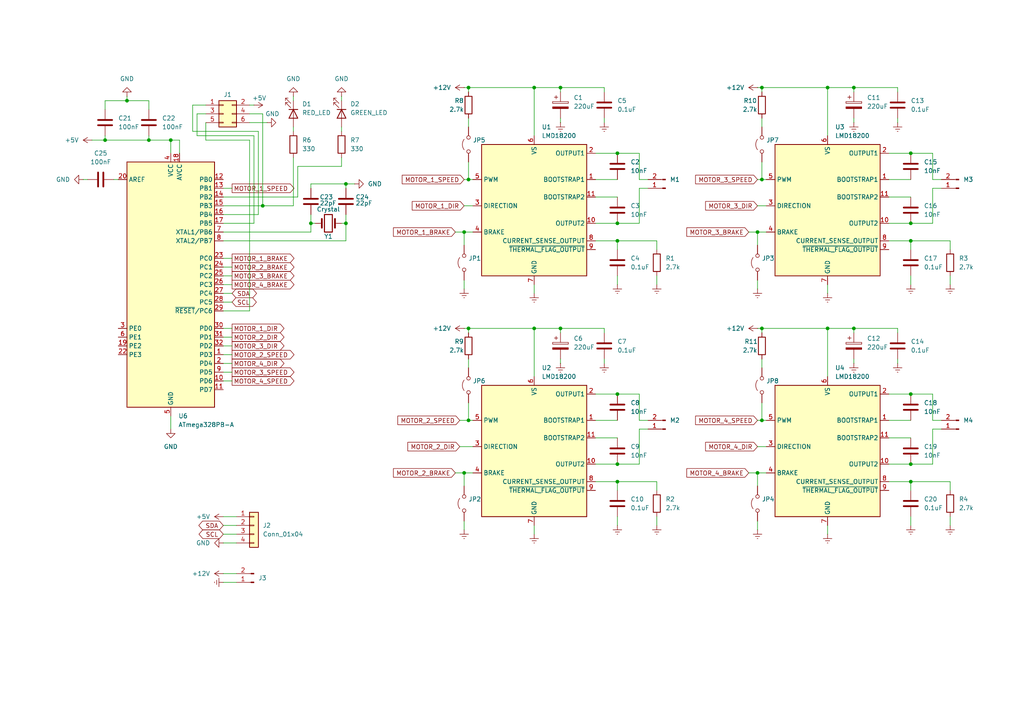
<source format=kicad_sch>
(kicad_sch (version 20231120) (generator "eeschema") (generator_version "8.0")
  (paper "A4")
  (junction (at 220.98 25.4))
  (junction (at 179.07 134.62))
  (junction (at 179.07 44.45))
  (junction (at 49.53 40.64))
  (junction (at 179.07 114.3))
  (junction (at 220.98 121.92))
  (junction (at 100.33 53.34))
  (junction (at 134.62 67.31))
  (junction (at 36.83 29.21))
  (junction (at 264.16 69.85))
  (junction (at 179.07 64.77))
  (junction (at 162.56 25.4))
  (junction (at 264.16 134.62))
  (junction (at 220.98 95.25))
  (junction (at 179.07 139.7))
  (junction (at 134.62 137.16))
  (junction (at 264.16 114.3))
  (junction (at 100.33 64.77))
  (junction (at 43.18 40.64))
  (junction (at 247.65 95.25))
  (junction (at 240.03 25.4))
  (junction (at 135.89 52.07))
  (junction (at 240.03 95.25))
  (junction (at 90.17 64.77))
  (junction (at 30.48 40.64))
  (junction (at 135.89 95.25))
  (junction (at 219.71 67.31))
  (junction (at 135.89 25.4))
  (junction (at 154.94 25.4))
  (junction (at 219.71 137.16))
  (junction (at 179.07 69.85))
  (junction (at 264.16 139.7))
  (junction (at 247.65 25.4))
  (junction (at 264.16 44.45))
  (junction (at 154.94 95.25))
  (junction (at 135.89 121.92))
  (junction (at 76.2 59.69))
  (junction (at 264.16 64.77))
  (junction (at 162.56 95.25))
  (junction (at 220.98 52.07))
  (wire (pts (xy 260.35 26.67) (xy 260.35 25.4)))
  (wire (pts (xy 132.08 67.31) (xy 134.62 67.31)))
  (wire (pts (xy 220.98 52.07) (xy 222.25 52.07)))
  (wire (pts (xy 270.51 134.62) (xy 264.16 134.62)))
  (wire (pts (xy 133.35 121.92) (xy 135.89 121.92)))
  (wire (pts (xy 220.98 95.25) (xy 240.03 95.25)))
  (wire (pts (xy 247.65 95.25) (xy 240.03 95.25)))
  (wire (pts (xy 185.42 124.46) (xy 185.42 134.62)))
  (wire (pts (xy 219.71 25.4) (xy 220.98 25.4)))
  (wire (pts (xy 64.77 62.23) (xy 74.93 62.23)))
  (wire (pts (xy 240.03 25.4) (xy 240.03 39.37)))
  (wire (pts (xy 99.06 36.83) (xy 99.06 38.1)))
  (wire (pts (xy 220.98 46.99) (xy 220.98 52.07)))
  (wire (pts (xy 190.5 142.24) (xy 190.5 139.7)))
  (wire (pts (xy 219.71 121.92) (xy 220.98 121.92)))
  (wire (pts (xy 190.5 80.01) (xy 190.5 82.55)))
  (wire (pts (xy 85.09 27.94) (xy 85.09 29.21)))
  (wire (pts (xy 134.62 81.28) (xy 134.62 83.82)))
  (wire (pts (xy 273.05 52.07) (xy 270.51 52.07)))
  (wire (pts (xy 90.17 64.77) (xy 90.17 62.23)))
  (wire (pts (xy 36.83 29.21) (xy 43.18 29.21)))
  (wire (pts (xy 222.25 67.31) (xy 219.71 67.31)))
  (wire (pts (xy 154.94 25.4) (xy 154.94 39.37)))
  (wire (pts (xy 64.77 54.61) (xy 67.31 54.61)))
  (wire (pts (xy 64.77 67.31) (xy 90.17 67.31)))
  (wire (pts (xy 219.71 151.13) (xy 219.71 153.67)))
  (wire (pts (xy 137.16 137.16) (xy 134.62 137.16)))
  (wire (pts (xy 135.89 116.84) (xy 135.89 121.92)))
  (wire (pts (xy 64.77 82.55) (xy 67.31 82.55)))
  (wire (pts (xy 90.17 53.34) (xy 90.17 54.61)))
  (wire (pts (xy 220.98 95.25) (xy 220.98 96.52)))
  (wire (pts (xy 217.17 137.16) (xy 219.71 137.16)))
  (wire (pts (xy 273.05 54.61) (xy 270.51 54.61)))
  (wire (pts (xy 260.35 96.52) (xy 260.35 95.25)))
  (wire (pts (xy 43.18 29.21) (xy 43.18 31.75)))
  (wire (pts (xy 25.4 52.07) (xy 24.13 52.07)))
  (wire (pts (xy 59.69 40.64) (xy 72.39 40.64)))
  (wire (pts (xy 59.69 35.56) (xy 59.69 40.64)))
  (wire (pts (xy 72.39 30.48) (xy 73.66 30.48)))
  (wire (pts (xy 100.33 64.77) (xy 100.33 62.23)))
  (wire (pts (xy 270.51 44.45) (xy 264.16 44.45)))
  (wire (pts (xy 257.81 121.92) (xy 264.16 121.92)))
  (wire (pts (xy 74.93 62.23) (xy 74.93 38.1)))
  (wire (pts (xy 134.62 59.69) (xy 137.16 59.69)))
  (wire (pts (xy 264.16 139.7) (xy 264.16 142.24)))
  (wire (pts (xy 137.16 67.31) (xy 134.62 67.31)))
  (wire (pts (xy 52.07 44.45) (xy 52.07 40.64)))
  (wire (pts (xy 55.88 38.1) (xy 55.88 30.48)))
  (wire (pts (xy 64.77 110.49) (xy 67.31 110.49)))
  (wire (pts (xy 133.35 129.54) (xy 137.16 129.54)))
  (wire (pts (xy 135.89 95.25) (xy 135.89 96.52)))
  (wire (pts (xy 260.35 34.29) (xy 260.35 35.56)))
  (wire (pts (xy 99.06 64.77) (xy 100.33 64.77)))
  (wire (pts (xy 134.62 95.25) (xy 135.89 95.25)))
  (wire (pts (xy 64.77 69.85) (xy 100.33 69.85)))
  (wire (pts (xy 275.59 69.85) (xy 264.16 69.85)))
  (wire (pts (xy 43.18 39.37) (xy 43.18 40.64)))
  (wire (pts (xy 64.77 59.69) (xy 76.2 59.69)))
  (wire (pts (xy 74.93 38.1) (xy 55.88 38.1)))
  (wire (pts (xy 257.81 52.07) (xy 264.16 52.07)))
  (wire (pts (xy 85.09 36.83) (xy 85.09 38.1)))
  (wire (pts (xy 275.59 139.7) (xy 264.16 139.7)))
  (wire (pts (xy 135.89 52.07) (xy 137.16 52.07)))
  (wire (pts (xy 185.42 44.45) (xy 179.07 44.45)))
  (wire (pts (xy 86.36 57.15) (xy 86.36 48.26)))
  (wire (pts (xy 190.5 149.86) (xy 190.5 152.4)))
  (wire (pts (xy 132.08 137.16) (xy 134.62 137.16)))
  (wire (pts (xy 86.36 48.26) (xy 99.06 48.26)))
  (wire (pts (xy 64.77 87.63) (xy 67.31 87.63)))
  (wire (pts (xy 257.81 57.15) (xy 264.16 57.15)))
  (wire (pts (xy 257.81 69.85) (xy 264.16 69.85)))
  (wire (pts (xy 135.89 25.4) (xy 135.89 26.67)))
  (wire (pts (xy 134.62 25.4) (xy 135.89 25.4)))
  (wire (pts (xy 162.56 104.14) (xy 162.56 105.41)))
  (wire (pts (xy 219.71 59.69) (xy 222.25 59.69)))
  (wire (pts (xy 135.89 46.99) (xy 135.89 52.07)))
  (wire (pts (xy 257.81 64.77) (xy 264.16 64.77)))
  (wire (pts (xy 260.35 104.14) (xy 260.35 105.41)))
  (wire (pts (xy 64.77 107.95) (xy 67.31 107.95)))
  (wire (pts (xy 172.72 64.77) (xy 179.07 64.77)))
  (wire (pts (xy 273.05 121.92) (xy 270.51 121.92)))
  (wire (pts (xy 30.48 40.64) (xy 30.48 39.37)))
  (wire (pts (xy 257.81 44.45) (xy 264.16 44.45)))
  (wire (pts (xy 72.39 35.56) (xy 77.47 35.56)))
  (wire (pts (xy 220.98 25.4) (xy 240.03 25.4)))
  (wire (pts (xy 134.62 137.16) (xy 134.62 140.97)))
  (wire (pts (xy 43.18 40.64) (xy 30.48 40.64)))
  (wire (pts (xy 190.5 72.39) (xy 190.5 69.85)))
  (wire (pts (xy 57.15 39.37) (xy 57.15 33.02)))
  (wire (pts (xy 257.81 134.62) (xy 264.16 134.62)))
  (wire (pts (xy 73.66 39.37) (xy 57.15 39.37)))
  (wire (pts (xy 270.51 121.92) (xy 270.51 114.3)))
  (wire (pts (xy 162.56 34.29) (xy 162.56 35.56)))
  (wire (pts (xy 275.59 149.86) (xy 275.59 152.4)))
  (wire (pts (xy 64.77 168.91) (xy 68.58 168.91)))
  (wire (pts (xy 219.71 129.54) (xy 222.25 129.54)))
  (wire (pts (xy 175.26 34.29) (xy 175.26 35.56)))
  (wire (pts (xy 219.71 95.25) (xy 220.98 95.25)))
  (wire (pts (xy 26.67 40.64) (xy 30.48 40.64)))
  (wire (pts (xy 187.96 124.46) (xy 185.42 124.46)))
  (wire (pts (xy 57.15 33.02) (xy 59.69 33.02)))
  (wire (pts (xy 134.62 151.13) (xy 134.62 153.67)))
  (wire (pts (xy 172.72 127) (xy 179.07 127)))
  (wire (pts (xy 175.26 95.25) (xy 162.56 95.25)))
  (wire (pts (xy 275.59 142.24) (xy 275.59 139.7)))
  (wire (pts (xy 72.39 33.02) (xy 76.2 33.02)))
  (wire (pts (xy 64.77 85.09) (xy 67.31 85.09)))
  (wire (pts (xy 162.56 95.25) (xy 154.94 95.25)))
  (wire (pts (xy 247.65 104.14) (xy 247.65 105.41)))
  (wire (pts (xy 162.56 96.52) (xy 162.56 95.25)))
  (wire (pts (xy 64.77 90.17) (xy 72.39 90.17)))
  (wire (pts (xy 64.77 77.47) (xy 67.31 77.47)))
  (wire (pts (xy 190.5 139.7) (xy 179.07 139.7)))
  (wire (pts (xy 220.98 116.84) (xy 220.98 121.92)))
  (wire (pts (xy 49.53 44.45) (xy 49.53 40.64)))
  (wire (pts (xy 99.06 48.26) (xy 99.06 45.72)))
  (wire (pts (xy 185.42 54.61) (xy 185.42 64.77)))
  (wire (pts (xy 73.66 39.37) (xy 73.66 64.77)))
  (wire (pts (xy 219.71 67.31) (xy 219.71 71.12)))
  (wire (pts (xy 64.77 149.86) (xy 68.58 149.86)))
  (wire (pts (xy 64.77 166.37) (xy 68.58 166.37)))
  (wire (pts (xy 64.77 152.4) (xy 68.58 152.4)))
  (wire (pts (xy 64.77 74.93) (xy 67.31 74.93)))
  (wire (pts (xy 179.07 139.7) (xy 179.07 142.24)))
  (wire (pts (xy 154.94 82.55) (xy 154.94 85.09)))
  (wire (pts (xy 135.89 121.92) (xy 137.16 121.92)))
  (wire (pts (xy 49.53 40.64) (xy 43.18 40.64)))
  (wire (pts (xy 36.83 27.94) (xy 36.83 29.21)))
  (wire (pts (xy 270.51 64.77) (xy 264.16 64.77)))
  (wire (pts (xy 72.39 40.64) (xy 72.39 90.17)))
  (wire (pts (xy 90.17 64.77) (xy 91.44 64.77)))
  (wire (pts (xy 185.42 121.92) (xy 185.42 114.3)))
  (wire (pts (xy 185.42 52.07) (xy 185.42 44.45)))
  (wire (pts (xy 172.72 52.07) (xy 179.07 52.07)))
  (wire (pts (xy 172.72 121.92) (xy 179.07 121.92)))
  (wire (pts (xy 172.72 69.85) (xy 179.07 69.85)))
  (wire (pts (xy 187.96 52.07) (xy 185.42 52.07)))
  (wire (pts (xy 154.94 152.4) (xy 154.94 154.94)))
  (wire (pts (xy 64.77 97.79) (xy 67.31 97.79)))
  (wire (pts (xy 162.56 26.67) (xy 162.56 25.4)))
  (wire (pts (xy 275.59 80.01) (xy 275.59 82.55)))
  (wire (pts (xy 264.16 69.85) (xy 264.16 72.39)))
  (wire (pts (xy 30.48 29.21) (xy 36.83 29.21)))
  (wire (pts (xy 264.16 80.01) (xy 264.16 82.55)))
  (wire (pts (xy 247.65 96.52) (xy 247.65 95.25)))
  (wire (pts (xy 185.42 114.3) (xy 179.07 114.3)))
  (wire (pts (xy 30.48 31.75) (xy 30.48 29.21)))
  (wire (pts (xy 179.07 149.86) (xy 179.07 152.4)))
  (wire (pts (xy 172.72 114.3) (xy 179.07 114.3)))
  (wire (pts (xy 175.26 26.67) (xy 175.26 25.4)))
  (wire (pts (xy 240.03 152.4) (xy 240.03 154.94)))
  (wire (pts (xy 85.09 59.69) (xy 85.09 45.72)))
  (wire (pts (xy 257.81 114.3) (xy 264.16 114.3)))
  (wire (pts (xy 135.89 104.14) (xy 135.89 106.68)))
  (wire (pts (xy 52.07 40.64) (xy 49.53 40.64)))
  (wire (pts (xy 185.42 134.62) (xy 179.07 134.62)))
  (wire (pts (xy 64.77 102.87) (xy 67.31 102.87)))
  (wire (pts (xy 64.77 105.41) (xy 67.31 105.41)))
  (wire (pts (xy 172.72 57.15) (xy 179.07 57.15)))
  (wire (pts (xy 240.03 82.55) (xy 240.03 85.09)))
  (wire (pts (xy 172.72 44.45) (xy 179.07 44.45)))
  (wire (pts (xy 260.35 25.4) (xy 247.65 25.4)))
  (wire (pts (xy 260.35 95.25) (xy 247.65 95.25)))
  (wire (pts (xy 257.81 139.7) (xy 264.16 139.7)))
  (wire (pts (xy 100.33 69.85) (xy 100.33 64.77)))
  (wire (pts (xy 219.71 52.07) (xy 220.98 52.07)))
  (wire (pts (xy 162.56 25.4) (xy 154.94 25.4)))
  (wire (pts (xy 175.26 25.4) (xy 162.56 25.4)))
  (wire (pts (xy 187.96 121.92) (xy 185.42 121.92)))
  (wire (pts (xy 135.89 95.25) (xy 154.94 95.25)))
  (wire (pts (xy 90.17 67.31) (xy 90.17 64.77)))
  (wire (pts (xy 222.25 137.16) (xy 219.71 137.16)))
  (wire (pts (xy 64.77 157.48) (xy 68.58 157.48)))
  (wire (pts (xy 100.33 53.34) (xy 100.33 54.61)))
  (wire (pts (xy 220.98 121.92) (xy 222.25 121.92)))
  (wire (pts (xy 270.51 124.46) (xy 270.51 134.62)))
  (wire (pts (xy 185.42 64.77) (xy 179.07 64.77)))
  (wire (pts (xy 64.77 154.94) (xy 68.58 154.94)))
  (wire (pts (xy 257.81 127) (xy 264.16 127)))
  (wire (pts (xy 64.77 80.01) (xy 67.31 80.01)))
  (wire (pts (xy 172.72 139.7) (xy 179.07 139.7)))
  (wire (pts (xy 49.53 120.65) (xy 49.53 124.46)))
  (wire (pts (xy 219.71 137.16) (xy 219.71 140.97)))
  (wire (pts (xy 172.72 134.62) (xy 179.07 134.62)))
  (wire (pts (xy 55.88 30.48) (xy 59.69 30.48)))
  (wire (pts (xy 76.2 33.02) (xy 76.2 59.69)))
  (wire (pts (xy 64.77 95.25) (xy 67.31 95.25)))
  (wire (pts (xy 100.33 53.34) (xy 90.17 53.34)))
  (wire (pts (xy 135.89 25.4) (xy 154.94 25.4)))
  (wire (pts (xy 220.98 25.4) (xy 220.98 26.67)))
  (wire (pts (xy 135.89 34.29) (xy 135.89 36.83)))
  (wire (pts (xy 240.03 95.25) (xy 240.03 109.22)))
  (wire (pts (xy 247.65 26.67) (xy 247.65 25.4)))
  (wire (pts (xy 33.02 52.07) (xy 34.29 52.07)))
  (wire (pts (xy 270.51 54.61) (xy 270.51 64.77)))
  (wire (pts (xy 64.77 64.77) (xy 73.66 64.77)))
  (wire (pts (xy 190.5 69.85) (xy 179.07 69.85)))
  (wire (pts (xy 175.26 104.14) (xy 175.26 105.41)))
  (wire (pts (xy 76.2 59.69) (xy 85.09 59.69)))
  (wire (pts (xy 270.51 114.3) (xy 264.16 114.3)))
  (wire (pts (xy 275.59 72.39) (xy 275.59 69.85)))
  (wire (pts (xy 217.17 67.31) (xy 219.71 67.31)))
  (wire (pts (xy 264.16 149.86) (xy 264.16 152.4)))
  (wire (pts (xy 134.62 52.07) (xy 135.89 52.07)))
  (wire (pts (xy 64.77 100.33) (xy 67.31 100.33)))
  (wire (pts (xy 134.62 67.31) (xy 134.62 71.12)))
  (wire (pts (xy 154.94 95.25) (xy 154.94 109.22)))
  (wire (pts (xy 187.96 54.61) (xy 185.42 54.61)))
  (wire (pts (xy 220.98 34.29) (xy 220.98 36.83)))
  (wire (pts (xy 219.71 81.28) (xy 219.71 83.82)))
  (wire (pts (xy 64.77 57.15) (xy 86.36 57.15)))
  (wire (pts (xy 102.87 53.34) (xy 100.33 53.34)))
  (wire (pts (xy 247.65 34.29) (xy 247.65 35.56)))
  (wire (pts (xy 247.65 25.4) (xy 240.03 25.4)))
  (wire (pts (xy 179.07 80.01) (xy 179.07 82.55)))
  (wire (pts (xy 179.07 69.85) (xy 179.07 72.39)))
  (wire (pts (xy 175.26 96.52) (xy 175.26 95.25)))
  (wire (pts (xy 99.06 27.94) (xy 99.06 29.21)))
  (wire (pts (xy 273.05 124.46) (xy 270.51 124.46)))
  (wire (pts (xy 270.51 52.07) (xy 270.51 44.45)))
  (wire (pts (xy 220.98 104.14) (xy 220.98 106.68)))
  (global_label "MOTOR_1_DIR" (shape input) (at 134.62 59.69 180) (property "Intersheetrefs" "${INTERSHEET_REFS}" (effects (hide yes))))
  (global_label "MOTOR_3_BRAKE" (shape input) (at 217.17 67.31 180) (property "Intersheetrefs" "${INTERSHEET_REFS}" (effects (hide yes))))
  (global_label "MOTOR_4_BRAKE" (shape input) (at 217.17 137.16 180) (property "Intersheetrefs" "${INTERSHEET_REFS}" (effects (hide yes))))
  (global_label "MOTOR_2_SPEED" (shape input) (at 133.35 121.92 180) (property "Intersheetrefs" "${INTERSHEET_REFS}" (effects (hide yes))))
  (global_label "SCL" (shape bidirectional) (at 64.77 154.94 180) (property "Intersheetrefs" "${INTERSHEET_REFS}" (effects (hide yes))))
  (global_label "MOTOR_3_BRAKE" (shape output) (at 67.31 80.01 0) (property "Intersheetrefs" "${INTERSHEET_REFS}" (effects (hide yes))))
  (global_label "MOTOR_2_BRAKE" (shape output) (at 67.31 77.47 0) (property "Intersheetrefs" "${INTERSHEET_REFS}" (effects (hide yes))))
  (global_label "SDA" (shape bidirectional) (at 64.77 152.4 180) (property "Intersheetrefs" "${INTERSHEET_REFS}" (effects (hide yes))))
  (global_label "MOTOR_4_SPEED" (shape output) (at 67.31 110.49 0) (property "Intersheetrefs" "${INTERSHEET_REFS}" (effects (hide yes))))
  (global_label "MOTOR_3_DIR" (shape input) (at 219.71 59.69 180) (property "Intersheetrefs" "${INTERSHEET_REFS}" (effects (hide yes))))
  (global_label "MOTOR_3_SPEED" (shape input) (at 219.71 52.07 180) (property "Intersheetrefs" "${INTERSHEET_REFS}" (effects (hide yes))))
  (global_label "MOTOR_3_DIR" (shape output) (at 67.31 100.33 0) (property "Intersheetrefs" "${INTERSHEET_REFS}" (effects (hide yes))))
  (global_label "MOTOR_4_DIR" (shape input) (at 219.71 129.54 180) (property "Intersheetrefs" "${INTERSHEET_REFS}" (effects (hide yes))))
  (global_label "MOTOR_3_SPEED" (shape output) (at 67.31 107.95 0) (property "Intersheetrefs" "${INTERSHEET_REFS}" (effects (hide yes))))
  (global_label "MOTOR_1_BRAKE" (shape output) (at 67.31 74.93 0) (property "Intersheetrefs" "${INTERSHEET_REFS}" (effects (hide yes))))
  (global_label "MOTOR_2_BRAKE" (shape input) (at 132.08 137.16 180) (property "Intersheetrefs" "${INTERSHEET_REFS}" (effects (hide yes))))
  (global_label "MOTOR_2_SPEED" (shape output) (at 67.31 102.87 0) (property "Intersheetrefs" "${INTERSHEET_REFS}" (effects (hide yes))))
  (global_label "MOTOR_1_DIR" (shape output) (at 67.31 95.25 0) (property "Intersheetrefs" "${INTERSHEET_REFS}" (effects (hide yes))))
  (global_label "MOTOR_4_BRAKE" (shape output) (at 67.31 82.55 0) (property "Intersheetrefs" "${INTERSHEET_REFS}" (effects (hide yes))))
  (global_label "MOTOR_2_DIR" (shape output) (at 67.31 97.79 0) (property "Intersheetrefs" "${INTERSHEET_REFS}" (effects (hide yes))))
  (global_label "MOTOR_2_DIR" (shape input) (at 133.35 129.54 180) (property "Intersheetrefs" "${INTERSHEET_REFS}" (effects (hide yes))))
  (global_label "MOTOR_1_BRAKE" (shape input) (at 132.08 67.31 180) (property "Intersheetrefs" "${INTERSHEET_REFS}" (effects (hide yes))))
  (global_label "MOTOR_1_SPEED" (shape input) (at 134.62 52.07 180) (property "Intersheetrefs" "${INTERSHEET_REFS}" (effects (hide yes))))
  (global_label "MOTOR_4_DIR" (shape output) (at 67.31 105.41 0) (property "Intersheetrefs" "${INTERSHEET_REFS}" (effects (hide yes))))
  (global_label "SCL" (shape bidirectional) (at 67.31 87.63 0) (property "Intersheetrefs" "${INTERSHEET_REFS}" (effects (hide yes))))
  (global_label "MOTOR_4_SPEED" (shape input) (at 219.71 121.92 180) (property "Intersheetrefs" "${INTERSHEET_REFS}" (effects (hide yes))))
  (global_label "SDA" (shape bidirectional) (at 67.31 85.09 0) (property "Intersheetrefs" "${INTERSHEET_REFS}" (effects (hide yes))))
  (global_label "MOTOR_1_SPEED" (shape output) (at 67.31 54.61 0) (property "Intersheetrefs" "${INTERSHEET_REFS}" (effects (hide yes))))
  (symbol (lib_id "power:Earth") (at 219.71 83.82 0) (unit 1)
    (property "Reference" "#PWR015" (effects (hide yes)))
    (property "Value" "Earth" (effects (hide yes)))
    (property "Description" "Power symbol creates a global label with name \"Earth\"" (effects (hide yes)))
  )
  (symbol (lib_id "Device:C") (at 90.17 58.42 0) (unit 1)
    (property "Reference" "C23" (at 92.71 57.15 0) (effects (justify left)))
    (property "Value" "22pF" (at 92.71 58.928 0) (effects (justify left)))
    (property "Footprint" "Capacitor_SMD:C_0805_2012Metric_Pad1.18x1.45mm_HandSolder" (effects (hide yes)))
    (property "Description" "Unpolarized capacitor" (effects (hide yes)))
  )
  (symbol (lib_id "power:+12V") (at 134.62 25.4 90) (unit 1)
    (property "Reference" "#PWR01" (effects (hide yes)))
    (property "Value" "+12V" (at 130.81 25.3999 90) (effects (justify left)))
    (property "Description" "Power symbol creates a global label with name \"+12V\"" (effects (hide yes)))
  )
  (symbol (lib_id "power:+12V") (at 64.77 166.37 90) (unit 1)
    (property "Reference" "#PWR040" (effects (hide yes)))
    (property "Value" "+12V" (at 60.96 166.3699 90) (effects (justify left)))
    (property "Description" "Power symbol creates a global label with name \"+12V\"" (effects (hide yes)))
  )
  (symbol (lib_id "power:Earth") (at 275.59 152.4 0) (unit 1)
    (property "Reference" "#PWR028" (effects (hide yes)))
    (property "Value" "Earth" (effects (hide yes)))
    (property "Description" "Power symbol creates a global label with name \"Earth\"" (effects (hide yes)))
  )
  (symbol (lib_id "power:Earth") (at 247.65 35.56 0) (unit 1)
    (property "Reference" "#PWR021" (effects (hide yes)))
    (property "Value" "Earth" (effects (hide yes)))
    (property "Description" "Power symbol creates a global label with name \"Earth\"" (effects (hide yes)))
  )
  (symbol (lib_id "Device:R") (at 85.09 41.91 180) (unit 1)
    (property "Reference" "R6" (at 87.63 40.6399 0) (effects (justify right)))
    (property "Value" "330" (at 87.63 43.1799 0) (effects (justify right)))
    (property "Footprint" "Resistor_SMD:R_0805_2012Metric_Pad1.20x1.40mm_HandSolder" (effects (hide yes)))
    (property "Description" "Resistor" (effects (hide yes)))
  )
  (symbol (lib_id "Device:C") (at 264.16 48.26 0) (unit 1)
    (property "Reference" "C15" (at 267.97 46.9899 0) (effects (justify left)))
    (property "Value" "10nF" (at 267.97 49.5299 0) (effects (justify left)))
    (property "Footprint" "Capacitor_SMD:C_1210_3225Metric_Pad1.33x2.70mm_HandSolder" (effects (hide yes)))
    (property "Description" "Unpolarized capacitor" (effects (hide yes)))
  )
  (symbol (lib_id "power:GND") (at 102.87 53.34 90) (unit 1)
    (property "Reference" "#PWR030" (effects (hide yes)))
    (property "Value" "GND" (at 106.68 53.3399 90) (effects (justify right)))
    (property "Description" "Power symbol creates a global label with name \"GND\" , ground" (effects (hide yes)))
  )
  (symbol (lib_id "Device:R") (at 275.59 146.05 0) (unit 1)
    (property "Reference" "R4" (at 278.13 144.7799 0) (effects (justify left)))
    (property "Value" "2.7k" (at 278.13 147.3199 0) (effects (justify left)))
    (property "Footprint" "Resistor_SMD:R_0805_2012Metric_Pad1.20x1.40mm_HandSolder" (effects (hide yes)))
    (property "Description" "Resistor" (effects (hide yes)))
  )
  (symbol (lib_id "Connector:Conn_01x02_Pin") (at 193.04 124.46 180) (unit 1)
    (property "Reference" "M2" (at 194.31 121.9199 0) (effects (justify right)))
    (property "Value" "Conn_01x02_Pin" (effects (hide yes)))
    (property "Footprint" "Connector_Molex:Molex_KK-254_AE-6410-02A_1x02_P2.54mm_Vertical" (effects (hide yes)))
    (property "Description" "Generic connector, single row, 01x02, script generated" (effects (hide yes)))
  )
  (symbol (lib_id "Device:R") (at 190.5 146.05 0) (unit 1)
    (property "Reference" "R2" (at 193.04 144.7799 0) (effects (justify left)))
    (property "Value" "2.7k" (at 193.04 147.3199 0) (effects (justify left)))
    (property "Footprint" "Resistor_SMD:R_0805_2012Metric_Pad1.20x1.40mm_HandSolder" (effects (hide yes)))
    (property "Description" "Resistor" (effects (hide yes)))
  )
  (symbol (lib_id "Device:C") (at 260.35 30.48 0) (unit 1)
    (property "Reference" "C13" (at 264.16 29.2099 0) (effects (justify left)))
    (property "Value" "0.1uF" (at 264.16 31.7499 0) (effects (justify left)))
    (property "Footprint" "Capacitor_SMD:C_0805_2012Metric_Pad1.18x1.45mm_HandSolder" (effects (hide yes)))
    (property "Description" "Unpolarized capacitor" (effects (hide yes)))
  )
  (symbol (lib_id "power:Earth") (at 264.16 82.55 0) (unit 1)
    (property "Reference" "#PWR025" (effects (hide yes)))
    (property "Value" "Earth" (effects (hide yes)))
    (property "Description" "Power symbol creates a global label with name \"Earth\"" (effects (hide yes)))
  )
  (symbol (lib_id "power:Earth") (at 247.65 105.41 0) (unit 1)
    (property "Reference" "#PWR022" (effects (hide yes)))
    (property "Value" "Earth" (effects (hide yes)))
    (property "Description" "Power symbol creates a global label with name \"Earth\"" (effects (hide yes)))
  )
  (symbol (lib_id "power:GND") (at 77.47 35.56 90) (unit 1)
    (property "Reference" "#PWR034" (effects (hide yes)))
    (property "Value" "GND" (at 76.962 33.02 90) (effects (justify right)))
    (property "Description" "Power symbol creates a global label with name \"GND\" , ground" (effects (hide yes)))
  )
  (symbol (lib_id "power:+5V") (at 73.66 30.48 270) (unit 1)
    (property "Reference" "#PWR037" (effects (hide yes)))
    (property "Value" "+5V" (at 73.152 28.448 90) (effects (justify left)))
    (property "Description" "Power symbol creates a global label with name \"+5V\"" (effects (hide yes)))
  )
  (symbol (lib_id "Device:Crystal") (at 95.25 64.77 0) (unit 1)
    (property "Reference" "Y1" (at 95.25 68.58 0))
    (property "Value" "Crystal" (at 95.25 60.706 0))
    (property "Footprint" "Crystal:Crystal_SMD_HC49-SD" (effects (hide yes)))
    (property "Description" "Two pin crystal" (effects (hide yes)))
  )
  (symbol (lib_id "Connector:Conn_01x02_Pin") (at 193.04 54.61 180) (unit 1)
    (property "Reference" "M1" (at 194.31 52.0699 0) (effects (justify right)))
    (property "Value" "Conn_01x02_Pin" (effects (hide yes)))
    (property "Footprint" "Connector_Molex:Molex_KK-254_AE-6410-02A_1x02_P2.54mm_Vertical" (effects (hide yes)))
    (property "Description" "Generic connector, single row, 01x02, script generated" (effects (hide yes)))
  )
  (symbol (lib_id "Device:C_Polarized") (at 162.56 30.48 0) (unit 1)
    (property "Reference" "C1" (at 166.37 28.3209 0) (effects (justify left)))
    (property "Value" "220uF" (at 166.37 30.8609 0) (effects (justify left)))
    (property "Footprint" "Capacitor_SMD:CP_Elec_10x10" (effects (hide yes)))
    (property "Description" "Polarized capacitor" (effects (hide yes)))
  )
  (symbol (lib_id "Device:C") (at 264.16 60.96 0) (unit 1)
    (property "Reference" "C16" (at 267.97 59.6899 0) (effects (justify left)))
    (property "Value" "10nF" (at 267.97 62.2299 0) (effects (justify left)))
    (property "Footprint" "Capacitor_SMD:C_1210_3225Metric_Pad1.33x2.70mm_HandSolder" (effects (hide yes)))
    (property "Description" "Unpolarized capacitor" (effects (hide yes)))
  )
  (symbol (lib_id "power:+12V") (at 219.71 25.4 90) (unit 1)
    (property "Reference" "#PWR017" (effects (hide yes)))
    (property "Value" "+12V" (at 215.9 25.3999 90) (effects (justify left)))
    (property "Description" "Power symbol creates a global label with name \"+12V\"" (effects (hide yes)))
  )
  (symbol (lib_id "Device:C_Polarized") (at 247.65 100.33 0) (unit 1)
    (property "Reference" "C12" (at 251.46 98.1709 0) (effects (justify left)))
    (property "Value" "220uF" (at 251.46 100.7109 0) (effects (justify left)))
    (property "Footprint" "Capacitor_SMD:CP_Elec_10x10" (effects (hide yes)))
    (property "Description" "Polarized capacitor" (effects (hide yes)))
  )
  (symbol (lib_id "power:Earth") (at 175.26 35.56 0) (unit 1)
    (property "Reference" "#PWR02" (effects (hide yes)))
    (property "Value" "Earth" (effects (hide yes)))
    (property "Description" "Power symbol creates a global label with name \"Earth\"" (effects (hide yes)))
  )
  (symbol (lib_id "Device:LED") (at 99.06 33.02 270) (unit 1)
    (property "Reference" "D2" (at 101.6 30.1624 90) (effects (justify left)))
    (property "Value" "GREEN_LED" (at 101.6 32.7024 90) (effects (justify left)))
    (property "Footprint" "LED_SMD:LED_0805_2012Metric_Pad1.15x1.40mm_HandSolder" (effects (hide yes)))
    (property "Description" "Light emitting diode" (effects (hide yes)))
  )
  (symbol (lib_id "MCU_Microchip_ATmega:ATmega328PB-A") (at 49.53 82.55 0) (unit 1)
    (property "Reference" "U6" (at 51.7241 120.65 0) (effects (justify left)))
    (property "Value" "ATmega328PB-A" (at 51.7241 123.19 0) (effects (justify left)))
    (property "Footprint" "Package_QFP:TQFP-32_7x7mm_P0.8mm" (effects (hide yes)))
    (property "Datasheet" "http://ww1.microchip.com/downloads/en/DeviceDoc/40001906C.pdf" (effects (hide yes)))
    (property "Description" "20MHz, 32kB Flash, 2kB SRAM, 1kB EEPROM, TQFP-32" (effects (hide yes)))
  )
  (symbol (lib_id "power:Earth") (at 219.71 153.67 0) (unit 1)
    (property "Reference" "#PWR016" (effects (hide yes)))
    (property "Value" "Earth" (effects (hide yes)))
    (property "Description" "Power symbol creates a global label with name \"Earth\"" (effects (hide yes)))
  )
  (symbol (lib_id "Connector:Conn_01x02_Pin") (at 278.13 54.61 180) (unit 1)
    (property "Reference" "M3" (at 279.4 52.0699 0) (effects (justify right)))
    (property "Value" "Conn_01x02_Pin" (effects (hide yes)))
    (property "Footprint" "Connector_Molex:Molex_KK-254_AE-6410-02A_1x02_P2.54mm_Vertical" (effects (hide yes)))
    (property "Description" "Generic connector, single row, 01x02, script generated" (effects (hide yes)))
  )
  (symbol (lib_id "Device:C") (at 179.07 118.11 0) (unit 1)
    (property "Reference" "C8" (at 182.88 116.8399 0) (effects (justify left)))
    (property "Value" "10nF" (at 182.88 119.3799 0) (effects (justify left)))
    (property "Footprint" "Capacitor_SMD:C_1210_3225Metric_Pad1.33x2.70mm_HandSolder" (effects (hide yes)))
    (property "Description" "Unpolarized capacitor" (effects (hide yes)))
  )
  (symbol (lib_id "Device:R") (at 135.89 100.33 0) (unit 1)
    (property "Reference" "R9" (at 131.826 99.06 0) (effects (justify left)))
    (property "Value" "2.7k" (at 130.302 101.6 0) (effects (justify left)))
    (property "Footprint" "Resistor_SMD:R_0805_2012Metric_Pad1.20x1.40mm_HandSolder" (effects (hide yes)))
    (property "Description" "Resistor" (effects (hide yes)))
  )
  (symbol (lib_id "power:+5V") (at 26.67 40.64 90) (unit 1)
    (property "Reference" "#PWR033" (effects (hide yes)))
    (property "Value" "+5V" (at 22.86 40.6399 90) (effects (justify left)))
    (property "Description" "Power symbol creates a global label with name \"+5V\"" (effects (hide yes)))
  )
  (symbol (lib_id "power:Earth") (at 134.62 83.82 0) (unit 1)
    (property "Reference" "#PWR07" (effects (hide yes)))
    (property "Value" "Earth" (effects (hide yes)))
    (property "Description" "Power symbol creates a global label with name \"Earth\"" (effects (hide yes)))
  )
  (symbol (lib_id "power:GND") (at 64.77 157.48 270) (unit 1)
    (property "Reference" "#PWR038" (effects (hide yes)))
    (property "Value" "GND" (at 60.96 157.4799 90) (effects (justify right)))
    (property "Description" "Power symbol creates a global label with name \"GND\" , ground" (effects (hide yes)))
  )
  (symbol (lib_id "power:GND") (at 36.83 27.94 180) (unit 1)
    (property "Reference" "#PWR035" (effects (hide yes)))
    (property "Value" "GND" (at 36.83 22.86 0))
    (property "Description" "Power symbol creates a global label with name \"GND\" , ground" (effects (hide yes)))
  )
  (symbol (lib_id "Jumper:Jumper_2_Open") (at 219.71 146.05 90) (unit 1) (exclude_from_sim yes)
    (property "Reference" "JP4" (at 220.98 144.7799 90) (effects (justify right)))
    (property "Value" "Jumper_2_Open" (effects (hide yes)))
    (property "Footprint" "TestPoint:TestPoint_2Pads_Pitch2.54mm_Drill0.8mm" (effects (hide yes)))
    (property "Description" "Jumper, 2-pole, open" (effects (hide yes)))
  )
  (symbol (lib_id "Driver_Motor:LMD18200") (at 240.03 59.69 0) (unit 1)
    (property "Reference" "U3" (at 242.2241 36.83 0) (effects (justify left)))
    (property "Value" "LMD18200" (at 242.2241 39.37 0) (effects (justify left)))
    (property "Footprint" "Package_TO_SOT_THT:TO-220-11_P3.4x5.08mm_StaggerOdd_Lead4.85mm_Vertical" (effects (hide yes)))
    (property "Datasheet" "http://www.ti.com/lit/ds/symlink/lmd18200.pdf" (effects (hide yes)))
    (property "Description" "3A, 55V H-Bridge, Motion Control Applications, TO-220-11" (effects (hide yes)))
  )
  (symbol (lib_id "Device:C") (at 264.16 118.11 0) (unit 1)
    (property "Reference" "C18" (at 267.97 116.8399 0) (effects (justify left)))
    (property "Value" "10nF" (at 267.97 119.3799 0) (effects (justify left)))
    (property "Footprint" "Capacitor_SMD:C_1210_3225Metric_Pad1.33x2.70mm_HandSolder" (effects (hide yes)))
    (property "Description" "Unpolarized capacitor" (effects (hide yes)))
  )
  (symbol (lib_id "Jumper:Jumper_2_Open") (at 220.98 41.91 90) (unit 1) (exclude_from_sim yes)
    (property "Reference" "JP7" (at 222.25 40.6399 90) (effects (justify right)))
    (property "Value" "Jumper_2_Open" (effects (hide yes)))
    (property "Footprint" "TestPoint:TestPoint_2Pads_Pitch2.54mm_Drill0.8mm" (effects (hide yes)))
    (property "Description" "Jumper, 2-pole, open" (effects (hide yes)))
  )
  (symbol (lib_id "power:+12V") (at 134.62 95.25 90) (unit 1)
    (property "Reference" "#PWR09" (effects (hide yes)))
    (property "Value" "+12V" (at 130.81 95.2499 90) (effects (justify left)))
    (property "Description" "Power symbol creates a global label with name \"+12V\"" (effects (hide yes)))
  )
  (symbol (lib_id "Device:R") (at 275.59 76.2 0) (unit 1)
    (property "Reference" "R3" (at 278.13 74.9299 0) (effects (justify left)))
    (property "Value" "2.7k" (at 278.13 77.4699 0) (effects (justify left)))
    (property "Footprint" "Resistor_SMD:R_0805_2012Metric_Pad1.20x1.40mm_HandSolder" (effects (hide yes)))
    (property "Description" "Resistor" (effects (hide yes)))
  )
  (symbol (lib_id "Device:C_Polarized") (at 162.56 100.33 0) (unit 1)
    (property "Reference" "C6" (at 166.37 98.1709 0) (effects (justify left)))
    (property "Value" "220uF" (at 166.37 100.7109 0) (effects (justify left)))
    (property "Footprint" "Capacitor_SMD:CP_Elec_10x10" (effects (hide yes)))
    (property "Description" "Polarized capacitor" (effects (hide yes)))
  )
  (symbol (lib_id "power:GND") (at 85.09 27.94 180) (unit 1)
    (property "Reference" "#PWR032" (effects (hide yes)))
    (property "Value" "GND" (at 85.09 22.86 0))
    (property "Description" "Power symbol creates a global label with name \"GND\" , ground" (effects (hide yes)))
  )
  (symbol (lib_id "Device:C") (at 30.48 35.56 0) (unit 1)
    (property "Reference" "C21" (at 34.29 34.2899 0) (effects (justify left)))
    (property "Value" "100nF" (at 34.29 36.8299 0) (effects (justify left)))
    (property "Footprint" "Capacitor_SMD:C_0805_2012Metric_Pad1.18x1.45mm_HandSolder" (effects (hide yes)))
    (property "Description" "Unpolarized capacitor" (effects (hide yes)))
  )
  (symbol (lib_id "Device:C") (at 100.33 58.42 0) (unit 1)
    (property "Reference" "C24" (at 103.124 57.15 0) (effects (justify left)))
    (property "Value" "22pF" (at 103.124 58.928 0) (effects (justify left)))
    (property "Footprint" "Capacitor_SMD:C_0805_2012Metric_Pad1.18x1.45mm_HandSolder" (effects (hide yes)))
    (property "Description" "Unpolarized capacitor" (effects (hide yes)))
  )
  (symbol (lib_id "Device:R") (at 220.98 30.48 0) (unit 1)
    (property "Reference" "R10" (at 215.646 29.21 0) (effects (justify left)))
    (property "Value" "2.7k" (at 215.392 31.75 0) (effects (justify left)))
    (property "Footprint" "Resistor_SMD:R_0805_2012Metric_Pad1.20x1.40mm_HandSolder" (effects (hide yes)))
    (property "Description" "Resistor" (effects (hide yes)))
  )
  (symbol (lib_id "power:GND") (at 99.06 27.94 180) (unit 1)
    (property "Reference" "#PWR031" (effects (hide yes)))
    (property "Value" "GND" (at 99.06 22.86 0))
    (property "Description" "Power symbol creates a global label with name \"GND\" , ground" (effects (hide yes)))
  )
  (symbol (lib_id "power:Earth") (at 260.35 35.56 0) (unit 1)
    (property "Reference" "#PWR023" (effects (hide yes)))
    (property "Value" "Earth" (effects (hide yes)))
    (property "Description" "Power symbol creates a global label with name \"Earth\"" (effects (hide yes)))
  )
  (symbol (lib_id "Device:LED") (at 85.09 33.02 270) (unit 1)
    (property "Reference" "D1" (at 87.63 30.1624 90) (effects (justify left)))
    (property "Value" "RED_LED" (at 87.63 32.7024 90) (effects (justify left)))
    (property "Footprint" "LED_SMD:LED_0805_2012Metric_Pad1.15x1.40mm_HandSolder" (effects (hide yes)))
    (property "Description" "Light emitting diode" (effects (hide yes)))
  )
  (symbol (lib_id "Device:R") (at 190.5 76.2 0) (unit 1)
    (property "Reference" "R1" (at 193.04 74.9299 0) (effects (justify left)))
    (property "Value" "2.7k" (at 193.04 77.4699 0) (effects (justify left)))
    (property "Footprint" "Resistor_SMD:R_0805_2012Metric_Pad1.20x1.40mm_HandSolder" (effects (hide yes)))
    (property "Description" "Resistor" (effects (hide yes)))
  )
  (symbol (lib_id "Jumper:Jumper_2_Open") (at 220.98 111.76 90) (unit 1) (exclude_from_sim yes)
    (property "Reference" "JP8" (at 222.25 110.4899 90) (effects (justify right)))
    (property "Value" "Jumper_2_Open" (effects (hide yes)))
    (property "Footprint" "TestPoint:TestPoint_2Pads_Pitch2.54mm_Drill0.8mm" (effects (hide yes)))
    (property "Description" "Jumper, 2-pole, open" (effects (hide yes)))
  )
  (symbol (lib_id "Device:C") (at 179.07 146.05 0) (unit 1)
    (property "Reference" "C10" (at 182.88 144.7799 0) (effects (justify left)))
    (property "Value" "0.1uF" (at 182.88 147.3199 0) (effects (justify left)))
    (property "Footprint" "Capacitor_SMD:C_0805_2012Metric_Pad1.18x1.45mm_HandSolder" (effects (hide yes)))
    (property "Description" "Unpolarized capacitor" (effects (hide yes)))
  )
  (symbol (lib_id "power:Earth") (at 240.03 85.09 0) (unit 1)
    (property "Reference" "#PWR019" (effects (hide yes)))
    (property "Value" "Earth" (effects (hide yes)))
    (property "Description" "Power symbol creates a global label with name \"Earth\"" (effects (hide yes)))
  )
  (symbol (lib_id "power:Earth") (at 64.77 168.91 270) (unit 1)
    (property "Reference" "#PWR041" (effects (hide yes)))
    (property "Value" "Earth" (effects (hide yes)))
    (property "Description" "Power symbol creates a global label with name \"Earth\"" (effects (hide yes)))
  )
  (symbol (lib_id "Device:C") (at 175.26 100.33 0) (unit 1)
    (property "Reference" "C7" (at 179.07 99.0599 0) (effects (justify left)))
    (property "Value" "0.1uF" (at 179.07 101.5999 0) (effects (justify left)))
    (property "Footprint" "Capacitor_SMD:C_0805_2012Metric_Pad1.18x1.45mm_HandSolder" (effects (hide yes)))
    (property "Description" "Unpolarized capacitor" (effects (hide yes)))
  )
  (symbol (lib_id "Device:C") (at 179.07 76.2 0) (unit 1)
    (property "Reference" "C4" (at 182.88 74.9299 0) (effects (justify left)))
    (property "Value" "0.1uF" (at 182.88 77.4699 0) (effects (justify left)))
    (property "Footprint" "Capacitor_SMD:C_0805_2012Metric_Pad1.18x1.45mm_HandSolder" (effects (hide yes)))
    (property "Description" "Unpolarized capacitor" (effects (hide yes)))
  )
  (symbol (lib_id "Device:C") (at 43.18 35.56 0) (unit 1)
    (property "Reference" "C22" (at 46.99 34.2899 0) (effects (justify left)))
    (property "Value" "100nF" (at 46.99 36.8299 0) (effects (justify left)))
    (property "Footprint" "Capacitor_SMD:C_0805_2012Metric_Pad1.18x1.45mm_HandSolder" (effects (hide yes)))
    (property "Description" "Unpolarized capacitor" (effects (hide yes)))
  )
  (symbol (lib_id "Device:C_Polarized") (at 247.65 30.48 0) (unit 1)
    (property "Reference" "C11" (at 251.46 28.3209 0) (effects (justify left)))
    (property "Value" "220uF" (at 251.46 30.8609 0) (effects (justify left)))
    (property "Footprint" "Capacitor_SMD:CP_Elec_10x10" (effects (hide yes)))
    (property "Description" "Polarized capacitor" (effects (hide yes)))
  )
  (symbol (lib_id "Device:C") (at 29.21 52.07 270) (unit 1)
    (property "Reference" "C25" (at 29.21 44.45 90))
    (property "Value" "100nF" (at 29.21 46.99 90))
    (property "Footprint" "Capacitor_SMD:C_0805_2012Metric_Pad1.18x1.45mm_HandSolder" (effects (hide yes)))
    (property "Description" "Unpolarized capacitor" (effects (hide yes)))
  )
  (symbol (lib_id "Jumper:Jumper_2_Open") (at 219.71 76.2 90) (unit 1) (exclude_from_sim yes)
    (property "Reference" "JP3" (at 220.98 74.9299 90) (effects (justify right)))
    (property "Value" "Jumper_2_Open" (effects (hide yes)))
    (property "Footprint" "TestPoint:TestPoint_2Pads_Pitch2.54mm_Drill0.8mm" (effects (hide yes)))
    (property "Description" "Jumper, 2-pole, open" (effects (hide yes)))
  )
  (symbol (lib_id "Driver_Motor:LMD18200") (at 154.94 59.69 0) (unit 1)
    (property "Reference" "U1" (at 157.1341 36.83 0) (effects (justify left)))
    (property "Value" "LMD18200" (at 157.1341 39.37 0) (effects (justify left)))
    (property "Footprint" "Package_TO_SOT_THT:TO-220-11_P3.4x5.08mm_StaggerOdd_Lead4.85mm_Vertical" (effects (hide yes)))
    (property "Datasheet" "http://www.ti.com/lit/ds/symlink/lmd18200.pdf" (effects (hide yes)))
    (property "Description" "3A, 55V H-Bridge, Motion Control Applications, TO-220-11" (effects (hide yes)))
  )
  (symbol (lib_id "power:Earth") (at 154.94 85.09 0) (unit 1)
    (property "Reference" "#PWR04" (effects (hide yes)))
    (property "Value" "Earth" (effects (hide yes)))
    (property "Description" "Power symbol creates a global label with name \"Earth\"" (effects (hide yes)))
  )
  (symbol (lib_id "Device:C") (at 179.07 60.96 0) (unit 1)
    (property "Reference" "C3" (at 182.88 59.6899 0) (effects (justify left)))
    (property "Value" "10nF" (at 182.88 62.2299 0) (effects (justify left)))
    (property "Footprint" "Capacitor_SMD:C_1210_3225Metric_Pad1.33x2.70mm_HandSolder" (effects (hide yes)))
    (property "Description" "Unpolarized capacitor" (effects (hide yes)))
  )
  (symbol (lib_id "Device:C") (at 179.07 130.81 0) (unit 1)
    (property "Reference" "C9" (at 182.88 129.5399 0) (effects (justify left)))
    (property "Value" "10nF" (at 182.88 132.0799 0) (effects (justify left)))
    (property "Footprint" "Capacitor_SMD:C_1210_3225Metric_Pad1.33x2.70mm_HandSolder" (effects (hide yes)))
    (property "Description" "Unpolarized capacitor" (effects (hide yes)))
  )
  (symbol (lib_id "Connector_Generic:Conn_02x03_Odd_Even") (at 64.77 33.02 0) (unit 1)
    (property "Reference" "J1" (at 66.04 27.432 0))
    (property "Value" "Conn_02x03_Odd_Even" (effects (hide yes)))
    (property "Footprint" "Connector_IDC:IDC-Header_2x03_P2.54mm_Vertical_SMD" (effects (hide yes)))
    (property "Description" "Generic connector, double row, 02x03, odd/even pin numbering scheme (row 1 odd numbers, row 2 even numbers), script generated (kicad-library-utils/schlib/autogen/connector/)" (effects (hide yes)))
  )
  (symbol (lib_id "Device:R") (at 135.89 30.48 0) (unit 1)
    (property "Reference" "R8" (at 131.826 29.21 0) (effects (justify left)))
    (property "Value" "2.7k" (at 130.302 31.75 0) (effects (justify left)))
    (property "Footprint" "Resistor_SMD:R_0805_2012Metric_Pad1.20x1.40mm_HandSolder" (effects (hide yes)))
    (property "Description" "Resistor" (effects (hide yes)))
  )
  (symbol (lib_id "power:Earth") (at 179.07 152.4 0) (unit 1)
    (property "Reference" "#PWR013" (effects (hide yes)))
    (property "Value" "Earth" (effects (hide yes)))
    (property "Description" "Power symbol creates a global label with name \"Earth\"" (effects (hide yes)))
  )
  (symbol (lib_id "Device:R") (at 220.98 100.33 0) (unit 1)
    (property "Reference" "R11" (at 215.9 99.06 0) (effects (justify left)))
    (property "Value" "2.7k" (at 215.392 101.6 0) (effects (justify left)))
    (property "Footprint" "Resistor_SMD:R_0805_2012Metric_Pad1.20x1.40mm_HandSolder" (effects (hide yes)))
    (property "Description" "Resistor" (effects (hide yes)))
  )
  (symbol (lib_id "Jumper:Jumper_2_Open") (at 134.62 76.2 90) (unit 1) (exclude_from_sim yes)
    (property "Reference" "JP1" (at 135.89 74.9299 90) (effects (justify right)))
    (property "Value" "Jumper_2_Open" (effects (hide yes)))
    (property "Footprint" "TestPoint:TestPoint_2Pads_Pitch2.54mm_Drill0.8mm" (effects (hide yes)))
    (property "Description" "Jumper, 2-pole, open" (effects (hide yes)))
  )
  (symbol (lib_id "Device:C") (at 264.16 76.2 0) (unit 1)
    (property "Reference" "C17" (at 267.97 74.9299 0) (effects (justify left)))
    (property "Value" "0.1uF" (at 267.97 77.4699 0) (effects (justify left)))
    (property "Footprint" "Capacitor_SMD:C_0805_2012Metric_Pad1.18x1.45mm_HandSolder" (effects (hide yes)))
    (property "Description" "Unpolarized capacitor" (effects (hide yes)))
  )
  (symbol (lib_id "Connector:Conn_01x02_Pin") (at 278.13 124.46 180) (unit 1)
    (property "Reference" "M4" (at 279.4 121.9199 0) (effects (justify right)))
    (property "Value" "Conn_01x02_Pin" (effects (hide yes)))
    (property "Footprint" "Connector_Molex:Molex_KK-254_AE-6410-02A_1x02_P2.54mm_Vertical" (effects (hide yes)))
    (property "Description" "Generic connector, single row, 01x02, script generated" (effects (hide yes)))
  )
  (symbol (lib_id "power:Earth") (at 190.5 152.4 0) (unit 1)
    (property "Reference" "#PWR014" (effects (hide yes)))
    (property "Value" "Earth" (effects (hide yes)))
    (property "Description" "Power symbol creates a global label with name \"Earth\"" (effects (hide yes)))
  )
  (symbol (lib_id "power:Earth") (at 275.59 82.55 0) (unit 1)
    (property "Reference" "#PWR027" (effects (hide yes)))
    (property "Value" "Earth" (effects (hide yes)))
    (property "Description" "Power symbol creates a global label with name \"Earth\"" (effects (hide yes)))
  )
  (symbol (lib_id "Jumper:Jumper_2_Open") (at 135.89 41.91 90) (unit 1) (exclude_from_sim yes)
    (property "Reference" "JP5" (at 137.16 40.6399 90) (effects (justify right)))
    (property "Value" "Jumper_2_Open" (effects (hide yes)))
    (property "Footprint" "TestPoint:TestPoint_2Pads_Pitch2.54mm_Drill0.8mm" (effects (hide yes)))
    (property "Description" "Jumper, 2-pole, open" (effects (hide yes)))
  )
  (symbol (lib_id "Device:C") (at 264.16 146.05 0) (unit 1)
    (property "Reference" "C20" (at 267.97 144.7799 0) (effects (justify left)))
    (property "Value" "0.1uF" (at 267.97 147.3199 0) (effects (justify left)))
    (property "Footprint" "Capacitor_SMD:C_0805_2012Metric_Pad1.18x1.45mm_HandSolder" (effects (hide yes)))
    (property "Description" "Unpolarized capacitor" (effects (hide yes)))
  )
  (symbol (lib_id "power:Earth") (at 264.16 152.4 0) (unit 1)
    (property "Reference" "#PWR026" (effects (hide yes)))
    (property "Value" "Earth" (effects (hide yes)))
    (property "Description" "Power symbol creates a global label with name \"Earth\"" (effects (hide yes)))
  )
  (symbol (lib_id "Connector_Generic:Conn_01x04") (at 73.66 152.4 0) (unit 1)
    (property "Reference" "J2" (at 76.2 152.3999 0) (effects (justify left)))
    (property "Value" "Conn_01x04" (at 76.2 154.9399 0) (effects (justify left)))
    (property "Footprint" "Connector_JST:JST_PH_B4B-PH-K_1x04_P2.00mm_Vertical" (effects (hide yes)))
    (property "Description" "Generic connector, single row, 01x04, script generated (kicad-library-utils/schlib/autogen/connector/)" (effects (hide yes)))
  )
  (symbol (lib_id "power:Earth") (at 134.62 153.67 0) (unit 1)
    (property "Reference" "#PWR08" (effects (hide yes)))
    (property "Value" "Earth" (effects (hide yes)))
    (property "Description" "Power symbol creates a global label with name \"Earth\"" (effects (hide yes)))
  )
  (symbol (lib_id "power:Earth") (at 175.26 105.41 0) (unit 1)
    (property "Reference" "#PWR012" (effects (hide yes)))
    (property "Value" "Earth" (effects (hide yes)))
    (property "Description" "Power symbol creates a global label with name \"Earth\"" (effects (hide yes)))
  )
  (symbol (lib_id "power:Earth") (at 162.56 105.41 0) (unit 1)
    (property "Reference" "#PWR011" (effects (hide yes)))
    (property "Value" "Earth" (effects (hide yes)))
    (property "Description" "Power symbol creates a global label with name \"Earth\"" (effects (hide yes)))
  )
  (symbol (lib_id "power:Earth") (at 190.5 82.55 0) (unit 1)
    (property "Reference" "#PWR06" (effects (hide yes)))
    (property "Value" "Earth" (effects (hide yes)))
    (property "Description" "Power symbol creates a global label with name \"Earth\"" (effects (hide yes)))
  )
  (symbol (lib_id "Driver_Motor:LMD18200") (at 154.94 129.54 0) (unit 1)
    (property "Reference" "U2" (at 157.1341 106.68 0) (effects (justify left)))
    (property "Value" "LMD18200" (at 157.1341 109.22 0) (effects (justify left)))
    (property "Footprint" "Package_TO_SOT_THT:TO-220-11_P3.4x5.08mm_StaggerOdd_Lead4.85mm_Vertical" (effects (hide yes)))
    (property "Datasheet" "http://www.ti.com/lit/ds/symlink/lmd18200.pdf" (effects (hide yes)))
    (property "Description" "3A, 55V H-Bridge, Motion Control Applications, TO-220-11" (effects (hide yes)))
  )
  (symbol (lib_id "Device:C") (at 179.07 48.26 0) (unit 1)
    (property "Reference" "C2" (at 182.88 46.9899 0) (effects (justify left)))
    (property "Value" "10nF" (at 182.88 49.5299 0) (effects (justify left)))
    (property "Footprint" "Capacitor_SMD:C_1210_3225Metric_Pad1.33x2.70mm_HandSolder" (effects (hide yes)))
    (property "Description" "Unpolarized capacitor" (effects (hide yes)))
  )
  (symbol (lib_id "power:+5V") (at 64.77 149.86 90) (unit 1)
    (property "Reference" "#PWR039" (effects (hide yes)))
    (property "Value" "+5V" (at 60.96 149.8599 90) (effects (justify left)))
    (property "Description" "Power symbol creates a global label with name \"+5V\"" (effects (hide yes)))
  )
  (symbol (lib_id "power:GND") (at 24.13 52.07 270) (unit 1)
    (property "Reference" "#PWR036" (effects (hide yes)))
    (property "Value" "GND" (at 20.32 52.0699 90) (effects (justify right)))
    (property "Description" "Power symbol creates a global label with name \"GND\" , ground" (effects (hide yes)))
  )
  (symbol (lib_id "Connector:Conn_01x02_Pin") (at 73.66 168.91 180) (unit 1)
    (property "Reference" "J3" (at 74.93 167.6399 0) (effects (justify right)))
    (property "Value" "Conn_01x02_Pin" (effects (hide yes)))
    (property "Footprint" "Connector_Molex:Molex_KK-254_AE-6410-02A_1x02_P2.54mm_Vertical" (effects (hide yes)))
    (property "Description" "Generic connector, single row, 01x02, script generated" (effects (hide yes)))
  )
  (symbol (lib_id "power:Earth") (at 240.03 154.94 0) (unit 1)
    (property "Reference" "#PWR020" (effects (hide yes)))
    (property "Value" "Earth" (effects (hide yes)))
    (property "Description" "Power symbol creates a global label with name \"Earth\"" (effects (hide yes)))
  )
  (symbol (lib_id "Device:R") (at 99.06 41.91 180) (unit 1)
    (property "Reference" "R7" (at 101.6 40.6399 0) (effects (justify right)))
    (property "Value" "330" (at 101.6 43.1799 0) (effects (justify right)))
    (property "Footprint" "Resistor_SMD:R_0805_2012Metric_Pad1.20x1.40mm_HandSolder" (effects (hide yes)))
    (property "Description" "Resistor" (effects (hide yes)))
  )
  (symbol (lib_id "Device:C") (at 175.26 30.48 0) (unit 1)
    (property "Reference" "C5" (at 179.07 29.2099 0) (effects (justify left)))
    (property "Value" "0.1uF" (at 179.07 31.7499 0) (effects (justify left)))
    (property "Footprint" "Capacitor_SMD:C_0805_2012Metric_Pad1.18x1.45mm_HandSolder" (effects (hide yes)))
    (property "Description" "Unpolarized capacitor" (effects (hide yes)))
  )
  (symbol (lib_id "Driver_Motor:LMD18200") (at 240.03 129.54 0) (unit 1)
    (property "Reference" "U4" (at 242.2241 106.68 0) (effects (justify left)))
    (property "Value" "LMD18200" (at 242.2241 109.22 0) (effects (justify left)))
    (property "Footprint" "Package_TO_SOT_THT:TO-220-11_P3.4x5.08mm_StaggerOdd_Lead4.85mm_Vertical" (effects (hide yes)))
    (property "Datasheet" "http://www.ti.com/lit/ds/symlink/lmd18200.pdf" (effects (hide yes)))
    (property "Description" "3A, 55V H-Bridge, Motion Control Applications, TO-220-11" (effects (hide yes)))
  )
  (symbol (lib_id "Jumper:Jumper_2_Open") (at 134.62 146.05 90) (unit 1) (exclude_from_sim yes)
    (property "Reference" "JP2" (at 135.89 144.7799 90) (effects (justify right)))
    (property "Value" "Jumper_2_Open" (effects (hide yes)))
    (property "Footprint" "TestPoint:TestPoint_2Pads_Pitch2.54mm_Drill0.8mm" (effects (hide yes)))
    (property "Description" "Jumper, 2-pole, open" (effects (hide yes)))
  )
  (symbol (lib_id "power:Earth") (at 260.35 105.41 0) (unit 1)
    (property "Reference" "#PWR024" (effects (hide yes)))
    (property "Value" "Earth" (effects (hide yes)))
    (property "Description" "Power symbol creates a global label with name \"Earth\"" (effects (hide yes)))
  )
  (symbol (lib_id "power:Earth") (at 179.07 82.55 0) (unit 1)
    (property "Reference" "#PWR05" (effects (hide yes)))
    (property "Value" "Earth" (effects (hide yes)))
    (property "Description" "Power symbol creates a global label with name \"Earth\"" (effects (hide yes)))
  )
  (symbol (lib_id "power:+12V") (at 219.71 95.25 90) (unit 1)
    (property "Reference" "#PWR018" (effects (hide yes)))
    (property "Value" "+12V" (at 215.9 95.2499 90) (effects (justify left)))
    (property "Description" "Power symbol creates a global label with name \"+12V\"" (effects (hide yes)))
  )
  (symbol (lib_id "Jumper:Jumper_2_Open") (at 135.89 111.76 90) (unit 1) (exclude_from_sim yes)
    (property "Reference" "JP6" (at 137.16 110.4899 90) (effects (justify right)))
    (property "Value" "Jumper_2_Open" (effects (hide yes)))
    (property "Footprint" "TestPoint:TestPoint_2Pads_Pitch2.54mm_Drill0.8mm" (effects (hide yes)))
    (property "Description" "Jumper, 2-pole, open" (effects (hide yes)))
  )
  (symbol (lib_id "Device:C") (at 260.35 100.33 0) (unit 1)
    (property "Reference" "C14" (at 264.16 99.0599 0) (effects (justify left)))
    (property "Value" "0.1uF" (at 264.16 101.5999 0) (effects (justify left)))
    (property "Footprint" "Capacitor_SMD:C_0805_2012Metric_Pad1.18x1.45mm_HandSolder" (effects (hide yes)))
    (property "Description" "Unpolarized capacitor" (effects (hide yes)))
  )
  (symbol (lib_id "power:GND") (at 49.53 124.46 0) (unit 1)
    (property "Reference" "#PWR042" (effects (hide yes)))
    (property "Value" "GND" (at 49.53 129.54 0))
    (property "Description" "Power symbol creates a global label with name \"GND\" , ground" (effects (hide yes)))
  )
  (symbol (lib_id "power:Earth") (at 154.94 154.94 0) (unit 1)
    (property "Reference" "#PWR010" (effects (hide yes)))
    (property "Value" "Earth" (effects (hide yes)))
    (property "Description" "Power symbol creates a global label with name \"Earth\"" (effects (hide yes)))
  )
  (symbol (lib_id "Device:C") (at 264.16 130.81 0) (unit 1)
    (property "Reference" "C19" (at 267.97 129.5399 0) (effects (justify left)))
    (property "Value" "10nF" (at 267.97 132.0799 0) (effects (justify left)))
    (property "Footprint" "Capacitor_SMD:C_1210_3225Metric_Pad1.33x2.70mm_HandSolder" (effects (hide yes)))
    (property "Description" "Unpolarized capacitor" (effects (hide yes)))
  )
  (symbol (lib_id "power:Earth") (at 162.56 35.56 0) (unit 1)
    (property "Reference" "#PWR03" (effects (hide yes)))
    (property "Value" "Earth" (effects (hide yes)))
    (property "Description" "Power symbol creates a global label with name \"Earth\"" (effects (hide yes)))
  )
)
</source>
